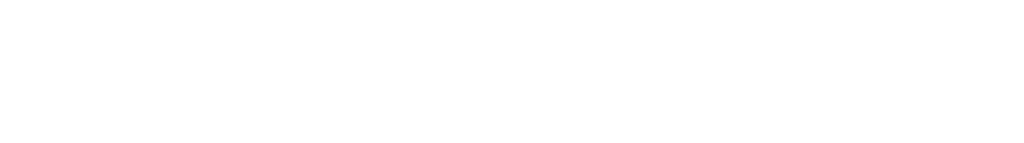
<source format=gbr>
%TF.GenerationSoftware,Altium Limited,Altium Designer,22.5.1 (42)*%
G04 Layer_Color=0*
%FSLAX26Y26*%
%MOIN*%
%TF.SameCoordinates,16E36816-DCA1-4F18-AD40-64303467345E*%
%TF.FilePolarity,Positive*%
%TF.FileFunction,Plated,1,6,Blind,Drill*%
%TF.Part,Single*%
G01*
G75*
%TA.AperFunction,ViaDrill,NotFilled*%
%ADD57C,0.003937*%
D57*
X3864961Y2253937D02*
D03*
Y2155512D02*
D03*
X4402756D02*
D03*
Y2253937D02*
D03*
X3431889D02*
D03*
Y2155512D02*
D03*
X4835827D02*
D03*
Y2253937D02*
D03*
X6643701Y1607480D02*
D03*
X6742126D02*
D03*
X4835827Y1564961D02*
D03*
Y1663386D02*
D03*
X3431890D02*
D03*
Y1564961D02*
D03*
X1525591Y1607480D02*
D03*
X1624016D02*
D03*
X3930315Y1683071D02*
D03*
Y1702756D02*
D03*
Y1545276D02*
D03*
Y1525591D02*
D03*
Y1624016D02*
D03*
Y1604331D02*
D03*
X4337401D02*
D03*
Y1624016D02*
D03*
Y1525591D02*
D03*
Y1545276D02*
D03*
Y1702756D02*
D03*
Y1683071D02*
D03*
%TF.MD5,79276bd8b1089fdc4ed69c0b1e8d2fc2*%
M02*

</source>
